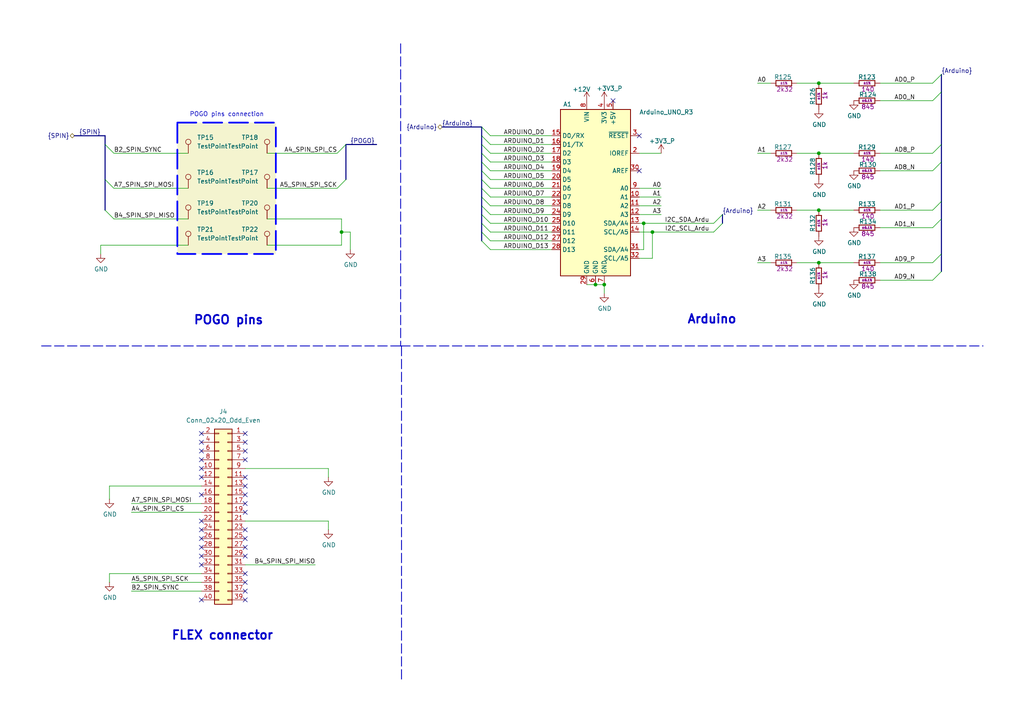
<source format=kicad_sch>
(kicad_sch (version 20250114) (generator "eeschema") (generator_version "9.0")
  (paper "A4")
  (title_block (date "2025-04-18") (rev "${rev}") (company "${name}") (comment 1 "${author}"))
  (bus_alias "SPIN" (members "B2_SPIN_SYNC" "A7_SPIN_SPI_MOSI" "B4_SPIN_SPI_MISO" "A4_SPIN_SPI_CS" "A5_SPIN_SPI_SCK"))
  (rectangle (start 51.435 35.56) (end 80.01 73.66) (stroke (width 0.5) (type dash) (color 0 0 255 1)) (fill (type color) (color 194 194 0 0.19)))
  (text "POGO pins connection" (at 65.786 33.274 0) (effects (font (size 1.27 1.27))))
  (text "POGO pins\n" (at 66.294 92.964 0) (effects (font (size 2.5 2.5) (thickness 0.5) (bold yes))))
  (text "FLEX connector\n" (at 64.516 184.404 0) (effects (font (size 2.5 2.5) (thickness 0.5) (bold yes))))
  (text "Arduino" (at 206.502 92.71 0) (effects (font (size 2.5 2.5) (thickness 0.5) (bold yes))))
  (junction (at 189.23 67.31))
  (junction (at 237.49 44.45))
  (junction (at 99.06 67.31))
  (junction (at 237.49 24.13))
  (junction (at 175.26 82.55))
  (junction (at 172.72 82.55))
  (junction (at 237.49 60.96))
  (junction (at 237.49 76.2))
  (junction (at 186.69 64.77))
  (no_connect (at 58.42 125.73))
  (no_connect (at 185.42 39.37))
  (no_connect (at 58.42 130.81))
  (no_connect (at 71.12 166.37))
  (no_connect (at 58.42 128.27))
  (no_connect (at 58.42 173.99))
  (no_connect (at 71.12 173.99))
  (no_connect (at 71.12 161.29))
  (no_connect (at 58.42 158.75))
  (no_connect (at 58.42 163.83))
  (no_connect (at 71.12 148.59))
  (no_connect (at 71.12 128.27))
  (no_connect (at 71.12 153.67))
  (no_connect (at 58.42 151.13))
  (no_connect (at 58.42 153.67))
  (no_connect (at 71.12 171.45))
  (no_connect (at 71.12 156.21))
  (no_connect (at 71.12 143.51))
  (no_connect (at 58.42 133.35))
  (no_connect (at 58.42 135.89))
  (no_connect (at 71.12 158.75))
  (no_connect (at 58.42 143.51))
  (no_connect (at 185.42 49.53))
  (no_connect (at 177.8 29.21))
  (no_connect (at 71.12 138.43))
  (no_connect (at 58.42 161.29))
  (no_connect (at 58.42 156.21))
  (no_connect (at 71.12 146.05))
  (no_connect (at 71.12 133.35))
  (no_connect (at 71.12 125.73))
  (no_connect (at 71.12 168.91))
  (no_connect (at 71.12 130.81))
  (no_connect (at 58.42 138.43))
  (no_connect (at 71.12 140.97))
  (bus_entry (at 139.7 41.91) (size 2.54 2.54))
  (bus_entry (at 139.7 57.15) (size 2.54 2.54))
  (bus_entry (at 97.79 44.45) (size 2.54 -2.54))
  (bus_entry (at 139.7 44.45) (size 2.54 2.54))
  (bus_entry (at 30.48 60.96) (size 2.54 2.54))
  (bus_entry (at 270.51 60.96) (size 2.54 -2.54))
  (bus_entry (at 270.51 66.04) (size 2.54 -2.54))
  (bus_entry (at 270.51 24.13) (size 2.54 -2.54))
  (bus_entry (at 139.7 49.53) (size 2.54 2.54))
  (bus_entry (at 209.55 64.77) (size -2.54 2.54))
  (bus_entry (at 139.7 64.77) (size 2.54 2.54))
  (bus_entry (at 30.48 52.07) (size 2.54 2.54))
  (bus_entry (at 270.51 44.45) (size 2.54 -2.54))
  (bus_entry (at 30.48 41.91) (size 2.54 2.54))
  (bus_entry (at 139.7 59.69) (size 2.54 2.54))
  (bus_entry (at 270.51 49.53) (size 2.54 -2.54))
  (bus_entry (at 139.7 36.83) (size 2.54 2.54))
  (bus_entry (at 270.51 29.21) (size 2.54 -2.54))
  (bus_entry (at 139.7 62.23) (size 2.54 2.54))
  (bus_entry (at 97.79 54.61) (size 2.54 -2.54))
  (bus_entry (at 139.7 39.37) (size 2.54 2.54))
  (bus_entry (at 270.51 76.2) (size 2.54 -2.54))
  (bus_entry (at 139.7 54.61) (size 2.54 2.54))
  (bus_entry (at 139.7 67.31) (size 2.54 2.54))
  (bus_entry (at 139.7 46.99) (size 2.54 2.54))
  (bus_entry (at 139.7 52.07) (size 2.54 2.54))
  (bus_entry (at 270.51 81.28) (size 2.54 -2.54))
  (bus_entry (at 139.7 69.85) (size 2.54 2.54))
  (bus_entry (at 209.55 62.23) (size -2.54 2.54))
  (wire (pts (xy 255.27 76.2) (xy 270.51 76.2)))
  (bus (pts (xy 273.05 41.91) (xy 273.05 46.99)))
  (wire (pts (xy 231.14 60.96) (xy 237.49 60.96)))
  (bus (pts (xy 139.7 44.45) (xy 139.7 46.99)))
  (bus (pts (xy 30.48 52.07) (xy 30.48 60.96)))
  (wire (pts (xy 231.14 76.2) (xy 237.49 76.2)))
  (bus (pts (xy 139.7 57.15) (xy 139.7 59.69)))
  (wire (pts (xy 185.42 72.39) (xy 186.69 72.39)))
  (wire (pts (xy 142.24 59.69) (xy 160.02 59.69)))
  (wire (pts (xy 185.42 67.31) (xy 189.23 67.31)))
  (bus (pts (xy 273.05 21.59) (xy 273.05 26.67)))
  (wire (pts (xy 38.1 148.59) (xy 58.42 148.59)))
  (wire (pts (xy 185.42 57.15) (xy 191.77 57.15)))
  (wire (pts (xy 255.27 29.21) (xy 270.51 29.21)))
  (bus (pts (xy 273.05 63.5) (xy 273.05 73.66)))
  (wire (pts (xy 142.24 41.91) (xy 160.02 41.91)))
  (wire (pts (xy 219.71 44.45) (xy 223.52 44.45)))
  (wire (pts (xy 33.02 44.45) (xy 54.61 44.45)))
  (bus (pts (xy 139.7 67.31) (xy 139.7 69.85)))
  (bus (pts (xy 139.7 62.23) (xy 139.7 64.77)))
  (wire (pts (xy 219.71 76.2) (xy 223.52 76.2)))
  (bus (pts (xy 100.33 41.91) (xy 100.33 52.07)))
  (bus (pts (xy 139.7 54.61) (xy 139.7 57.15)))
  (bus (pts (xy 139.7 59.69) (xy 139.7 62.23)))
  (bus (pts (xy 209.55 62.23) (xy 209.55 64.77)))
  (bus (pts (xy 139.7 64.77) (xy 139.7 67.31)))
  (wire (pts (xy 71.12 151.13) (xy 95.25 151.13)))
  (wire (pts (xy 219.71 24.13) (xy 223.52 24.13)))
  (bus (pts (xy 139.7 46.99) (xy 139.7 49.53)))
  (wire (pts (xy 255.27 49.53) (xy 270.51 49.53)))
  (wire (pts (xy 219.71 60.96) (xy 223.52 60.96)))
  (wire (pts (xy 38.1 168.91) (xy 58.42 168.91)))
  (wire (pts (xy 33.02 63.5) (xy 54.61 63.5)))
  (wire (pts (xy 142.24 52.07) (xy 160.02 52.07)))
  (wire (pts (xy 99.06 63.5) (xy 99.06 67.31)))
  (wire (pts (xy 58.42 140.97) (xy 31.75 140.97)))
  (wire (pts (xy 185.42 59.69) (xy 191.77 59.69)))
  (wire (pts (xy 170.18 82.55) (xy 172.72 82.55)))
  (wire (pts (xy 101.6 67.31) (xy 99.06 67.31)))
  (wire (pts (xy 255.27 44.45) (xy 270.51 44.45)))
  (wire (pts (xy 142.24 44.45) (xy 160.02 44.45)))
  (wire (pts (xy 99.06 67.31) (xy 99.06 71.12)))
  (wire (pts (xy 33.02 54.61) (xy 54.61 54.61)))
  (bus (pts (xy 273.05 73.66) (xy 273.05 78.74)))
  (wire (pts (xy 142.24 46.99) (xy 160.02 46.99)))
  (wire (pts (xy 38.1 146.05) (xy 58.42 146.05)))
  (wire (pts (xy 38.1 171.45) (xy 58.42 171.45)))
  (wire (pts (xy 185.42 62.23) (xy 191.77 62.23)))
  (bus (pts (xy 139.7 39.37) (xy 139.7 41.91)))
  (bus (pts (xy 109.22 41.91) (xy 100.33 41.91)))
  (bus (pts (xy 139.7 49.53) (xy 139.7 52.07)))
  (wire (pts (xy 142.24 69.85) (xy 160.02 69.85)))
  (wire (pts (xy 97.79 54.61) (xy 77.47 54.61)))
  (wire (pts (xy 71.12 135.89) (xy 95.25 135.89)))
  (wire (pts (xy 175.26 82.55) (xy 175.26 85.09)))
  (wire (pts (xy 255.27 60.96) (xy 270.51 60.96)))
  (wire (pts (xy 58.42 166.37) (xy 31.75 166.37)))
  (wire (pts (xy 231.14 24.13) (xy 237.49 24.13)))
  (wire (pts (xy 95.25 151.13) (xy 95.25 153.67)))
  (bus (pts (xy 128.27 36.83) (xy 139.7 36.83)))
  (wire (pts (xy 185.42 74.93) (xy 189.23 74.93)))
  (polyline (pts (xy 116.459 100.457) (xy 116.459 196.977)) (stroke (width 0.25) (type dash)))
  (wire (pts (xy 237.49 76.2) (xy 247.65 76.2)))
  (wire (pts (xy 31.75 166.37) (xy 31.75 168.91)))
  (wire (pts (xy 255.27 81.28) (xy 270.51 81.28)))
  (wire (pts (xy 186.69 72.39) (xy 186.69 64.77)))
  (bus (pts (xy 273.05 46.99) (xy 273.05 58.42)))
  (bus (pts (xy 139.7 36.83) (xy 139.7 39.37)))
  (wire (pts (xy 185.42 54.61) (xy 191.77 54.61)))
  (wire (pts (xy 142.24 67.31) (xy 160.02 67.31)))
  (polyline (pts (xy 116.205 12.7) (xy 116.205 100.33)) (stroke (width 0.25) (type dash)))
  (wire (pts (xy 142.24 39.37) (xy 160.02 39.37)))
  (wire (pts (xy 77.47 71.12) (xy 99.06 71.12)))
  (wire (pts (xy 101.6 72.39) (xy 101.6 67.31)))
  (wire (pts (xy 29.21 73.66) (xy 29.21 71.12)))
  (wire (pts (xy 142.24 72.39) (xy 160.02 72.39)))
  (wire (pts (xy 237.49 44.45) (xy 247.65 44.45)))
  (wire (pts (xy 175.26 82.55) (xy 172.72 82.55)))
  (bus (pts (xy 139.7 52.07) (xy 139.7 54.61)))
  (wire (pts (xy 185.42 64.77) (xy 186.69 64.77)))
  (wire (pts (xy 255.27 66.04) (xy 270.51 66.04)))
  (polyline (pts (xy 12.065 100.33) (xy 116.205 100.33)) (stroke (width 0.25) (type dash)))
  (wire (pts (xy 142.24 49.53) (xy 160.02 49.53)))
  (wire (pts (xy 77.47 44.45) (xy 97.79 44.45)))
  (wire (pts (xy 189.23 67.31) (xy 189.23 74.93)))
  (wire (pts (xy 29.21 71.12) (xy 54.61 71.12)))
  (wire (pts (xy 255.27 24.13) (xy 270.51 24.13)))
  (wire (pts (xy 237.49 60.96) (xy 247.65 60.96)))
  (bus (pts (xy 21.59 39.37) (xy 30.48 39.37)))
  (wire (pts (xy 142.24 54.61) (xy 160.02 54.61)))
  (wire (pts (xy 91.44 163.83) (xy 71.12 163.83)))
  (wire (pts (xy 77.47 63.5) (xy 99.06 63.5)))
  (wire (pts (xy 237.49 24.13) (xy 247.65 24.13)))
  (bus (pts (xy 30.48 41.91) (xy 30.48 52.07)))
  (bus (pts (xy 273.05 26.67) (xy 273.05 41.91)))
  (wire (pts (xy 95.25 135.89) (xy 95.25 138.43)))
  (wire (pts (xy 185.42 44.45) (xy 191.77 44.45)))
  (wire (pts (xy 189.23 67.31) (xy 207.01 67.31)))
  (wire (pts (xy 142.24 64.77) (xy 160.02 64.77)))
  (polyline (pts (xy 116.205 100.33) (xy 285.115 100.33)) (stroke (width 0.25) (type dash)))
  (wire (pts (xy 186.69 64.77) (xy 207.01 64.77)))
  (bus (pts (xy 273.05 58.42) (xy 273.05 63.5)))
  (wire (pts (xy 142.24 57.15) (xy 160.02 57.15)))
  (wire (pts (xy 142.24 62.23) (xy 160.02 62.23)))
  (bus (pts (xy 30.48 39.37) (xy 30.48 41.91)))
  (wire (pts (xy 31.75 140.97) (xy 31.75 144.78)))
  (wire (pts (xy 231.14 44.45) (xy 237.49 44.45)))
  (bus (pts (xy 139.7 41.91) (xy 139.7 44.45)))
  (label "ARDUINO_D3" (at 146.05 46.99 0))
  (label "ARDUINO_D4" (at 146.05 49.53 0))
  (label "ARDUINO_D13" (at 146.05 72.39 0))
  (label "A7_SPIN_SPI_MOSI" (at 38.1 146.05 0))
  (label "{Arduino}" (at 137.16 36.83 180))
  (label "ARDUINO_D7" (at 146.05 57.15 0))
  (label "{POGO}" (at 101.6 41.91 0))
  (label "A1" (at 191.77 57.15 180))
  (label "A5_SPIN_SPI_SCK" (at 97.79 54.61 180))
  (label "AD0_N" (at 265.43 29.21 180))
  (label "A4_SPIN_SPI_CS" (at 97.79 44.45 180))
  (label "A1" (at 219.71 44.45 0))
  (label "A3" (at 191.77 62.23 180))
  (label "A0" (at 219.71 24.13 0))
  (label "A7_SPIN_SPI_MOSI" (at 33.02 54.61 0))
  (label "ARDUINO_D2" (at 146.05 44.45 0))
  (label "ARDUINO_D8" (at 146.05 59.69 0))
  (label "A4_SPIN_SPI_CS" (at 38.1 148.59 0))
  (label "AD9_N" (at 265.43 81.28 180))
  (label "AD1_P" (at 265.43 60.96 180))
  (label "{Arduino}" (at 209.55 62.23 0))
  (label "A2" (at 219.71 60.96 0))
  (label "B4_SPIN_SPI_MISO" (at 33.02 63.5 0))
  (label "AD8_P" (at 265.43 44.45 180))
  (label "B2_SPIN_SYNC" (at 33.02 44.45 0))
  (label "AD8_N" (at 265.43 49.53 180))
  (label "ARDUINO_D10" (at 146.05 64.77 0))
  (label "ARDUINO_D1" (at 146.05 41.91 0))
  (label "ARDUINO_D6" (at 146.05 54.61 0))
  (label "B2_SPIN_SYNC" (at 38.1 171.45 0))
  (label "ARDUINO_D5" (at 146.05 52.07 0))
  (label "A3" (at 219.71 76.2 0))
  (label "AD0_P" (at 265.43 24.13 180))
  (label "{Arduino}" (at 273.05 21.59 0))
  (label "ARDUINO_D11" (at 146.05 67.31 0))
  (label "I2C_SCL_Ardu" (at 205.74 67.31 180))
  (label "AD1_N" (at 265.43 66.04 180))
  (label "A0" (at 191.77 54.61 180))
  (label "AD9_P" (at 265.43 76.2 180))
  (label "A5_SPIN_SPI_SCK" (at 38.1 168.91 0))
  (label "A2" (at 191.77 59.69 180))
  (label "I2C_SDA_Ardu" (at 205.74 64.77 180))
  (label "{SPIN}" (at 29.21 39.37 180))
  (label "ARDUINO_D9" (at 146.05 62.23 0))
  (label "ARDUINO_D0" (at 146.05 39.37 0))
  (label "ARDUINO_D12" (at 146.05 69.85 0))
  (label "B4_SPIN_SPI_MISO" (at 91.44 163.83 180))
  (hierarchical_label "{Arduino}" (shape bidirectional) (at 128.27 36.83 180))
  (hierarchical_label "{SPIN}" (shape bidirectional) (at 21.59 39.37 180))
  (symbol (lib_id "Library_Symbol:R0402_820R_0.1%_0.063W_25PPM") (at 247.65 66.04 0) (unit 1)
    (property "Reference" "R134" (at 251.714 64.262 0))
    (property "Value" "R0402_845R_0.1%_0.063W_25PPM" (effects (hide yes)))
    (property "Footprint" "Footprint:RESC1005X40N" (effects (hide yes)))
    (property "Datasheet" "\\\\cern.ch\\dfs\\Applications\\Altium\\Datasheets\\R0402_TYCO_CPF.pdf" (effects (hide yes)))
    (property "Description" "Thin Film Precision Resistor" (effects (hide yes)))
    (property "Tolerance" "±0.1%" (at 251.46 66.04 0) (effects (font (size 0.635 0.635))))
    (property "Val" "845" (at 251.714 67.818 0))
    (property "Part Number" "R0402_845R_0.1%_0.063W_25PPM" (effects (hide yes)))
    (property "Library Ref" "Resistor - 0.1%" (effects (hide yes)))
    (property "Library Path" "SchLib\\Resistors.SchLib" (effects (hide yes)))
    (property "Comment" "845" (effects (hide yes)))
    (property "Component Kind" "Standard" (effects (hide yes)))
    (property "Component Type" "Standard" (effects (hide yes)))
    (property "PackageDescription" " " (effects (hide yes)))
    (property "Pin Count" "2" (effects (hide yes)))
    (property "Footprint Path" "PcbLib\\Resistors SMD.PcbLib" (effects (hide yes)))
    (property "Footprint Ref" "RESC1005X40N" (effects (hide yes)))
    (property "Status" "Not Recommended" (effects (hide yes)))
    (property "Power" "0.063W" (effects (hide yes)))
    (property "TC" "±25ppm/°C" (effects (hide yes)))
    (property "Voltage" " " (effects (hide yes)))
    (property "Part Description" "Thin Film Precision Resistor" (effects (hide yes)))
    (property "Manufacturer" "GENERIC" (effects (hide yes)))
    (property "Manufacturer Part Number" "R0402_845R_0.1%_0.063W_25PPM" (effects (hide yes)))
    (property "Case" "0402" (effects (hide yes)))
    (property "PressFit" "No" (effects (hide yes)))
    (property "Mounted" "Yes" (effects (hide yes)))
    (property "Sense Comment" " " (effects (hide yes)))
    (property "Sense" "No" (effects (hide yes)))
    (property "Status Comment" " " (effects (hide yes)))
    (property "Socket" "No" (effects (hide yes)))
    (property "SMD" "Yes" (effects (hide yes)))
    (property "ComponentHeight" " " (effects (hide yes)))
    (property "Manufacturer1 Example" "TE CONNECTIVITY" (effects (hide yes)))
    (property "Manufacturer1 ComponentHeight" "0.4mm" (effects (hide yes)))
    (property "HelpURL" "\\\\cern.ch\\dfs\\Applications\\Altium\\Datasheets\\R0402_TYCO_CPF.pdf" (effects (hide yes)))
    (property "Author" "CERN DEM HF" (effects (hide yes)))
    (property "CreateDate" "05/25/23 00:00:00" (effects (hide yes)))
    (property "LatestRevisionDate" "05/25/23 00:00:00" (effects (hide yes)))
    (property "Database Table Name" "Resistors" (effects (hide yes)))
    (property "Library Name" "Resistors SMD" (effects (hide yes)))
    (property "Footprint Library" "Resistors SMD" (effects (hide yes)))
    (property "License" "CC-BY-SA 4.0" (effects (hide yes)))
    (property "LCSC" "C1509615" (effects (hide yes)))
  )
  (symbol (lib_id "Connector:TestPoint") (at 54.61 44.45 0) (unit 1)
    (property "Reference" "TP15" (at 57.15 39.8779 0) (effects (justify left)))
    (property "Value" "TestPoint" (at 57.15 42.4179 0) (effects (justify left)))
    (property "Footprint" "TestPoint:TestPoint_Pad_D2.0mm" (effects (hide yes)))
    (property "Description" "test point" (effects (hide yes)))
  )
  (symbol (lib_id "Library_Symbol:R0402_140R_1%_0.0625W_100PPM") (at 247.65 76.2 0) (unit 1)
    (property "Reference" "R137" (at 251.46 74.422 0))
    (property "Value" "R0402_140R_1%_0.0625W_100PPM" (effects (hide yes)))
    (property "Footprint" "Footprint:RESC1005X40N" (effects (hide yes)))
    (property "Datasheet" "\\\\cern.ch\\dfs\\Applications\\Altium\\Datasheets\\R0402_Phycomp_RC0402.pdf" (effects (hide yes)))
    (property "Description" "General Purpose Thick Film Chip Resistor" (effects (hide yes)))
    (property "Tolerance" "±1%" (at 251.46 76.2 0) (effects (font (size 0.635 0.635))))
    (property "Val" "140" (at 251.714 77.978 0))
    (property "Part Number" "R0402_140R_1%_0.0625W_100PPM" (effects (hide yes)))
    (property "Library Ref" "Resistor - 1%" (effects (hide yes)))
    (property "Library Path" "SchLib\\Resistors.SchLib" (effects (hide yes)))
    (property "Comment" "140" (effects (hide yes)))
    (property "Component Kind" "Standard" (effects (hide yes)))
    (property "Component Type" "Standard" (effects (hide yes)))
    (property "PackageDescription" " " (effects (hide yes)))
    (property "Pin Count" "2" (effects (hide yes)))
    (property "Footprint Path" "PcbLib\\Resistors SMD.PcbLib" (effects (hide yes)))
    (property "Footprint Ref" "RESC1005X40N" (effects (hide yes)))
    (property "Status" "Not Recommended" (effects (hide yes)))
    (property "Power" "0.0625W" (effects (hide yes)))
    (property "TC" "±100ppm/°C" (effects (hide yes)))
    (property "Voltage" " " (effects (hide yes)))
    (property "Part Description" "General Purpose Thick Film Chip Resistor" (effects (hide yes)))
    (property "Manufacturer" "GENERIC" (effects (hide yes)))
    (property "Manufacturer Part Number" "R0402_140R_1%_0.0625W_100PPM" (effects (hide yes)))
    (property "Case" "0402" (effects (hide yes)))
    (property "PressFit" "No" (effects (hide yes)))
    (property "Mounted" "Yes" (effects (hide yes)))
    (property "Sense Comment" " " (effects (hide yes)))
    (property "Sense" "No" (effects (hide yes)))
    (property "Status Comment" " " (effects (hide yes)))
    (property "Socket" "No" (effects (hide yes)))
    (property "SMD" "Yes" (effects (hide yes)))
    (property "ComponentHeight" " " (effects (hide yes)))
    (property "Manufacturer1 Example" "YAGEO PHYCOMP" (effects (hide yes)))
    (property "Manufacturer1 Part Number" "232270671401L or RC0402FR-07140RL" (effects (hide yes)))
    (property "Manufacturer1 ComponentHeight" "0.4mm" (effects (hide yes)))
    (property "HelpURL" "\\\\cern.ch\\dfs\\Applications\\Altium\\Datasheets\\R0402_Phycomp_RC0402.pdf" (effects (hide yes)))
    (property "Author" "CERN DEM BC" (effects (hide yes)))
    (property "CreateDate" "07/29/15 00:00:00" (effects (hide yes)))
    (property "LatestRevisionDate" "07/29/15 00:00:00" (effects (hide yes)))
    (property "Database Table Name" "Resistors" (effects (hide yes)))
    (property "Library Name" "Resistors SMD" (effects (hide yes)))
    (property "Footprint Library" "Resistors SMD" (effects (hide yes)))
    (property "License" "CC-BY-SA 4.0" (effects (hide yes)))
    (property "LCSC" "C25081" (effects (hide yes)))
  )
  (symbol (lib_id "Library_Symbol:R0402_2K_1%_0.0625W_100PPM") (at 223.52 60.96 0) (unit 1)
    (property "Reference" "R131" (at 227.076 59.182 0))
    (property "Value" "R0402_2K32_1%_0.0625W_100PPM" (effects (hide yes)))
    (property "Footprint" "Footprint:RESC1005X40N" (effects (hide yes)))
    (property "Datasheet" "\\\\cern.ch\\dfs\\Applications\\Altium\\Datasheets\\R0402_Phycomp_RC0402.pdf" (effects (hide yes)))
    (property "Description" "General Purpose Thick Film Chip Resistor" (effects (hide yes)))
    (property "Tolerance" "±1%" (at 227.33 60.96 0) (effects (font (size 0.635 0.635))))
    (property "Val" "2k32" (at 227.584 62.738 0))
    (property "Part Number" "R0402_2K32_1%_0.0625W_100PPM" (effects (hide yes)))
    (property "Library Ref" "Resistor - 1%" (effects (hide yes)))
    (property "Library Path" "SchLib\\Resistors.SchLib" (effects (hide yes)))
    (property "Comment" "2k" (effects (hide yes)))
    (property "Component Kind" "Standard" (effects (hide yes)))
    (property "Component Type" "Standard" (effects (hide yes)))
    (property "PackageDescription" " " (effects (hide yes)))
    (property "Pin Count" "2" (effects (hide yes)))
    (property "Footprint Path" "PcbLib\\Resistors SMD.PcbLib" (effects (hide yes)))
    (property "Footprint Ref" "RESC1005X40N" (effects (hide yes)))
    (property "Status" "Not Recommended" (effects (hide yes)))
    (property "Power" "0.0625W" (effects (hide yes)))
    (property "TC" "±100ppm/°C" (effects (hide yes)))
    (property "Voltage" " " (effects (hide yes)))
    (property "Part Description" "General Purpose Thick Film Chip Resistor" (effects (hide yes)))
    (property "Manufacturer" "GENERIC" (effects (hide yes)))
    (property "Manufacturer Part Number" "R0402_2K32_1%_0.0625W_100PPM" (effects (hide yes)))
    (property "Case" "0402" (effects (hide yes)))
    (property "PressFit" "No" (effects (hide yes)))
    (property "Mounted" "Yes" (effects (hide yes)))
    (property "Sense Comment" " " (effects (hide yes)))
    (property "Sense" "No" (effects (hide yes)))
    (property "Status Comment" " " (effects (hide yes)))
    (property "Socket" "No" (effects (hide yes)))
    (property "SMD" "Yes" (effects (hide yes)))
    (property "ComponentHeight" " " (effects (hide yes)))
    (property "Manufacturer1 Example" "YAGEO PHYCOMP" (effects (hide yes)))
    (property "Manufacturer1 ComponentHeight" "0.4mm" (effects (hide yes)))
    (property "HelpURL" "\\\\cern.ch\\dfs\\Applications\\Altium\\Datasheets\\R0402_Phycomp_RC0402.pdf" (effects (hide yes)))
    (property "Author" "CERN DEM JLC" (effects (hide yes)))
    (property "CreateDate" "12/03/07 00:00:00" (effects (hide yes)))
    (property "LatestRevisionDate" "10/17/12 00:00:00" (effects (hide yes)))
    (property "Database Table Name" "Resistors" (effects (hide yes)))
    (property "Library Name" "Resistors SMD" (effects (hide yes)))
    (property "Footprint Library" "Resistors SMD" (effects (hide yes)))
    (property "License" "CC-BY-SA 4.0" (effects (hide yes)))
    (property "LCSC" "C82297" (effects (hide yes)))
  )
  (symbol (lib_id "Library_Symbol:GND") (at 101.6 72.39 0) (unit 1)
    (property "Reference" "#PWR0151" (effects (hide yes)))
    (property "Value" "GND" (at 101.727 76.7842 0))
  )
  (symbol (lib_id "Library_Symbol:R0402_2K_1%_0.0625W_100PPM") (at 223.52 24.13 0) (unit 1)
    (property "Reference" "R125" (at 227.076 22.352 0))
    (property "Value" "R0402_2K32_1%_0.0625W_100PPM" (effects (hide yes)))
    (property "Footprint" "Footprint:RESC1005X40N" (effects (hide yes)))
    (property "Datasheet" "\\\\cern.ch\\dfs\\Applications\\Altium\\Datasheets\\R0402_Phycomp_RC0402.pdf" (effects (hide yes)))
    (property "Description" "General Purpose Thick Film Chip Resistor" (effects (hide yes)))
    (property "Tolerance" "±1%" (at 227.33 24.13 0) (effects (font (size 0.635 0.635))))
    (property "Val" "2k32" (at 227.584 25.908 0))
    (property "Part Number" "R0402_2K32_1%_0.0625W_100PPM" (effects (hide yes)))
    (property "Library Ref" "Resistor - 1%" (effects (hide yes)))
    (property "Library Path" "SchLib\\Resistors.SchLib" (effects (hide yes)))
    (property "Comment" "2k" (effects (hide yes)))
    (property "Component Kind" "Standard" (effects (hide yes)))
    (property "Component Type" "Standard" (effects (hide yes)))
    (property "PackageDescription" " " (effects (hide yes)))
    (property "Pin Count" "2" (effects (hide yes)))
    (property "Footprint Path" "PcbLib\\Resistors SMD.PcbLib" (effects (hide yes)))
    (property "Footprint Ref" "RESC1005X40N" (effects (hide yes)))
    (property "Status" "Not Recommended" (effects (hide yes)))
    (property "Power" "0.0625W" (effects (hide yes)))
    (property "TC" "±100ppm/°C" (effects (hide yes)))
    (property "Voltage" " " (effects (hide yes)))
    (property "Part Description" "General Purpose Thick Film Chip Resistor" (effects (hide yes)))
    (property "Manufacturer" "GENERIC" (effects (hide yes)))
    (property "Manufacturer Part Number" "R0402_2K32_1%_0.0625W_100PPM" (effects (hide yes)))
    (property "Case" "0402" (effects (hide yes)))
    (property "PressFit" "No" (effects (hide yes)))
    (property "Mounted" "Yes" (effects (hide yes)))
    (property "Sense Comment" " " (effects (hide yes)))
    (property "Sense" "No" (effects (hide yes)))
    (property "Status Comment" " " (effects (hide yes)))
    (property "Socket" "No" (effects (hide yes)))
    (property "SMD" "Yes" (effects (hide yes)))
    (property "ComponentHeight" " " (effects (hide yes)))
    (property "Manufacturer1 Example" "YAGEO PHYCOMP" (effects (hide yes)))
    (property "Manufacturer1 ComponentHeight" "0.4mm" (effects (hide yes)))
    (property "HelpURL" "\\\\cern.ch\\dfs\\Applications\\Altium\\Datasheets\\R0402_Phycomp_RC0402.pdf" (effects (hide yes)))
    (property "Author" "CERN DEM JLC" (effects (hide yes)))
    (property "CreateDate" "12/03/07 00:00:00" (effects (hide yes)))
    (property "LatestRevisionDate" "10/17/12 00:00:00" (effects (hide yes)))
    (property "Database Table Name" "Resistors" (effects (hide yes)))
    (property "Library Name" "Resistors SMD" (effects (hide yes)))
    (property "Footprint Library" "Resistors SMD" (effects (hide yes)))
    (property "License" "CC-BY-SA 4.0" (effects (hide yes)))
    (property "LCSC" "C82297" (effects (hide yes)))
  )
  (symbol (lib_id "Connector:TestPoint") (at 77.47 63.5 0) (mirror y) (unit 1)
    (property "Reference" "TP20" (at 74.93 58.9279 0) (effects (justify left)))
    (property "Value" "TestPoint" (at 74.93 61.4679 0) (effects (justify left)))
    (property "Footprint" "TestPoint:TestPoint_Pad_D2.0mm" (effects (hide yes)))
    (property "Description" "test point" (effects (hide yes)))
  )
  (symbol (lib_id "Library_Symbol:GND") (at 237.49 31.75 0) (unit 1)
    (property "Reference" "#PWR0286" (effects (hide yes)))
    (property "Value" "GND" (at 237.617 36.1442 0))
  )
  (symbol (lib_id "Library_Symbol:R0402_140R_1%_0.0625W_100PPM") (at 247.65 24.13 0) (unit 1)
    (property "Reference" "R123" (at 251.46 22.352 0))
    (property "Value" "R0402_140R_1%_0.0625W_100PPM" (effects (hide yes)))
    (property "Footprint" "Footprint:RESC1005X40N" (effects (hide yes)))
    (property "Datasheet" "\\\\cern.ch\\dfs\\Applications\\Altium\\Datasheets\\R0402_Phycomp_RC0402.pdf" (effects (hide yes)))
    (property "Description" "General Purpose Thick Film Chip Resistor" (effects (hide yes)))
    (property "Tolerance" "±1%" (at 251.46 24.13 0) (effects (font (size 0.635 0.635))))
    (property "Val" "140" (at 251.714 25.908 0))
    (property "Part Number" "R0402_140R_1%_0.0625W_100PPM" (effects (hide yes)))
    (property "Library Ref" "Resistor - 1%" (effects (hide yes)))
    (property "Library Path" "SchLib\\Resistors.SchLib" (effects (hide yes)))
    (property "Comment" "140" (effects (hide yes)))
    (property "Component Kind" "Standard" (effects (hide yes)))
    (property "Component Type" "Standard" (effects (hide yes)))
    (property "PackageDescription" " " (effects (hide yes)))
    (property "Pin Count" "2" (effects (hide yes)))
    (property "Footprint Path" "PcbLib\\Resistors SMD.PcbLib" (effects (hide yes)))
    (property "Footprint Ref" "RESC1005X40N" (effects (hide yes)))
    (property "Status" "Not Recommended" (effects (hide yes)))
    (property "Power" "0.0625W" (effects (hide yes)))
    (property "TC" "±100ppm/°C" (effects (hide yes)))
    (property "Voltage" " " (effects (hide yes)))
    (property "Part Description" "General Purpose Thick Film Chip Resistor" (effects (hide yes)))
    (property "Manufacturer" "GENERIC" (effects (hide yes)))
    (property "Manufacturer Part Number" "R0402_140R_1%_0.0625W_100PPM" (effects (hide yes)))
    (property "Case" "0402" (effects (hide yes)))
    (property "PressFit" "No" (effects (hide yes)))
    (property "Mounted" "Yes" (effects (hide yes)))
    (property "Sense Comment" " " (effects (hide yes)))
    (property "Sense" "No" (effects (hide yes)))
    (property "Status Comment" " " (effects (hide yes)))
    (property "Socket" "No" (effects (hide yes)))
    (property "SMD" "Yes" (effects (hide yes)))
    (property "ComponentHeight" " " (effects (hide yes)))
    (property "Manufacturer1 Example" "YAGEO PHYCOMP" (effects (hide yes)))
    (property "Manufacturer1 Part Number" "232270671401L or RC0402FR-07140RL" (effects (hide yes)))
    (property "Manufacturer1 ComponentHeight" "0.4mm" (effects (hide yes)))
    (property "HelpURL" "\\\\cern.ch\\dfs\\Applications\\Altium\\Datasheets\\R0402_Phycomp_RC0402.pdf" (effects (hide yes)))
    (property "Author" "CERN DEM BC" (effects (hide yes)))
    (property "CreateDate" "07/29/15 00:00:00" (effects (hide yes)))
    (property "LatestRevisionDate" "07/29/15 00:00:00" (effects (hide yes)))
    (property "Database Table Name" "Resistors" (effects (hide yes)))
    (property "Library Name" "Resistors SMD" (effects (hide yes)))
    (property "Footprint Library" "Resistors SMD" (effects (hide yes)))
    (property "License" "CC-BY-SA 4.0" (effects (hide yes)))
    (property "LCSC" "C25081" (effects (hide yes)))
  )
  (symbol (lib_id "Library_Symbol:R0402_2K_1%_0.0625W_100PPM") (at 223.52 76.2 0) (unit 1)
    (property "Reference" "R135" (at 227.076 74.422 0))
    (property "Value" "R0402_2K32_1%_0.0625W_100PPM" (effects (hide yes)))
    (property "Footprint" "Footprint:RESC1005X40N" (effects (hide yes)))
    (property "Datasheet" "\\\\cern.ch\\dfs\\Applications\\Altium\\Datasheets\\R0402_Phycomp_RC0402.pdf" (effects (hide yes)))
    (property "Description" "General Purpose Thick Film Chip Resistor" (effects (hide yes)))
    (property "Tolerance" "±1%" (at 227.33 76.2 0) (effects (font (size 0.635 0.635))))
    (property "Val" "2k32" (at 227.584 77.978 0))
    (property "Part Number" "R0402_2K32_1%_0.0625W_100PPM" (effects (hide yes)))
    (property "Library Ref" "Resistor - 1%" (effects (hide yes)))
    (property "Library Path" "SchLib\\Resistors.SchLib" (effects (hide yes)))
    (property "Comment" "2k" (effects (hide yes)))
    (property "Component Kind" "Standard" (effects (hide yes)))
    (property "Component Type" "Standard" (effects (hide yes)))
    (property "PackageDescription" " " (effects (hide yes)))
    (property "Pin Count" "2" (effects (hide yes)))
    (property "Footprint Path" "PcbLib\\Resistors SMD.PcbLib" (effects (hide yes)))
    (property "Footprint Ref" "RESC1005X40N" (effects (hide yes)))
    (property "Status" "Not Recommended" (effects (hide yes)))
    (property "Power" "0.0625W" (effects (hide yes)))
    (property "TC" "±100ppm/°C" (effects (hide yes)))
    (property "Voltage" " " (effects (hide yes)))
    (property "Part Description" "General Purpose Thick Film Chip Resistor" (effects (hide yes)))
    (property "Manufacturer" "GENERIC" (effects (hide yes)))
    (property "Manufacturer Part Number" "R0402_2K32_1%_0.0625W_100PPM" (effects (hide yes)))
    (property "Case" "0402" (effects (hide yes)))
    (property "PressFit" "No" (effects (hide yes)))
    (property "Mounted" "Yes" (effects (hide yes)))
    (property "Sense Comment" " " (effects (hide yes)))
    (property "Sense" "No" (effects (hide yes)))
    (property "Status Comment" " " (effects (hide yes)))
    (property "Socket" "No" (effects (hide yes)))
    (property "SMD" "Yes" (effects (hide yes)))
    (property "ComponentHeight" " " (effects (hide yes)))
    (property "Manufacturer1 Example" "YAGEO PHYCOMP" (effects (hide yes)))
    (property "Manufacturer1 ComponentHeight" "0.4mm" (effects (hide yes)))
    (property "HelpURL" "\\\\cern.ch\\dfs\\Applications\\Altium\\Datasheets\\R0402_Phycomp_RC0402.pdf" (effects (hide yes)))
    (property "Author" "CERN DEM JLC" (effects (hide yes)))
    (property "CreateDate" "12/03/07 00:00:00" (effects (hide yes)))
    (property "LatestRevisionDate" "10/17/12 00:00:00" (effects (hide yes)))
    (property "Database Table Name" "Resistors" (effects (hide yes)))
    (property "Library Name" "Resistors SMD" (effects (hide yes)))
    (property "Footprint Library" "Resistors SMD" (effects (hide yes)))
    (property "License" "CC-BY-SA 4.0" (effects (hide yes)))
    (property "LCSC" "C82297" (effects (hide yes)))
  )
  (symbol (lib_id "Library_Symbol:R0402_1K_1%_0.0625W_100PPM") (at 237.49 76.2 270) (unit 1)
    (property "Reference" "R136" (at 235.712 80.01 0))
    (property "Value" "R0402_1K_1%_0.0625W_100PPM" (effects (hide yes)))
    (property "Footprint" "Footprint:RESC1005X40N" (effects (hide yes)))
    (property "Datasheet" "\\\\cern.ch\\dfs\\Applications\\Altium\\Datasheets\\R0402_Phycomp_RC0402.pdf" (effects (hide yes)))
    (property "Description" "General Purpose Thick Film Chip Resistor" (effects (hide yes)))
    (property "Tolerance" "±1%" (at 237.49 80.01 0) (effects (font (size 0.635 0.635))))
    (property "Val" "1k" (at 239.268 79.756 0))
    (property "Part Number" "R0402_1K_1%_0.0625W_100PPM" (effects (hide yes)))
    (property "Library Ref" "Resistor - 1%" (effects (hide yes)))
    (property "Library Path" "SchLib\\Resistors.SchLib" (effects (hide yes)))
    (property "Comment" "1k" (effects (hide yes)))
    (property "Component Kind" "Standard" (effects (hide yes)))
    (property "Component Type" "Standard" (effects (hide yes)))
    (property "PackageDescription" " " (effects (hide yes)))
    (property "Pin Count" "2" (effects (hide yes)))
    (property "Footprint Path" "PcbLib\\Resistors SMD.PcbLib" (effects (hide yes)))
    (property "Footprint Ref" "RESC1005X40N" (effects (hide yes)))
    (property "Status" "Not Recommended" (effects (hide yes)))
    (property "Power" "0.0625W" (effects (hide yes)))
    (property "TC" "±100ppm/°C" (effects (hide yes)))
    (property "Voltage" " " (effects (hide yes)))
    (property "Part Description" "General Purpose Thick Film Chip Resistor" (effects (hide yes)))
    (property "Manufacturer" "GENERIC" (effects (hide yes)))
    (property "Manufacturer Part Number" "R0402_1K_1%_0.0625W_100PPM" (effects (hide yes)))
    (property "Case" "0402" (effects (hide yes)))
    (property "PressFit" "No" (effects (hide yes)))
    (property "Mounted" "Yes" (effects (hide yes)))
    (property "Sense Comment" " " (effects (hide yes)))
    (property "Sense" "No" (effects (hide yes)))
    (property "Status Comment" " " (effects (hide yes)))
    (property "Socket" "No" (effects (hide yes)))
    (property "SMD" "Yes" (effects (hide yes)))
    (property "ComponentHeight" " " (effects (hide yes)))
    (property "Manufacturer1 Example" "YAGEO PHYCOMP" (effects (hide yes)))
    (property "Manufacturer1 Part Number" "232270671002L" (effects (hide yes)))
    (property "Manufacturer1 ComponentHeight" "0.4mm" (effects (hide yes)))
    (property "HelpURL" "\\\\cern.ch\\dfs\\Applications\\Altium\\Datasheets\\R0402_Phycomp_RC0402.pdf" (effects (hide yes)))
    (property "Author" "CERN DEM JLC" (effects (hide yes)))
    (property "CreateDate" "12/03/07 00:00:00" (effects (hide yes)))
    (property "LatestRevisionDate" "10/17/12 00:00:00" (effects (hide yes)))
    (property "Database Table Name" "Resistors" (effects (hide yes)))
    (property "Library Name" "Resistors SMD" (effects (hide yes)))
    (property "Footprint Library" "Resistors SMD" (effects (hide yes)))
    (property "License" "CC-BY-SA 4.0" (effects (hide yes)))
    (property "LCSC" "C11702" (effects (hide yes)))
  )
  (symbol (lib_id "Library_Symbol:Arduino_UNO_R3") (at 172.72 54.61 0) (unit 1)
    (property "Reference" "A1" (at 163.322 30.226 0) (effects (justify left)))
    (property "Value" "Arduino_UNO_R3" (at 185.42 32.512 0) (effects (justify left)))
    (property "Footprint" "Footprint:Arduino_UNO_R3" (effects (hide yes)))
    (property "Datasheet" "https://www.arduino.cc/en/Main/arduinoBoardUno" (effects (hide yes)))
    (property "Description" "Arduino UNO Microcontroller Module, release 3" (effects (hide yes)))
    (property "Component Class" "STACKED_SHIELD" (effects (hide yes)))
  )
  (symbol (lib_id "Library_Symbol:+12V") (at 170.18 29.21 0) (unit 1)
    (property "Reference" "#PWR0295" (effects (hide yes)))
    (property "Value" "+12V" (at 168.656 25.908 0))
    (property "Description" "Power symbol creates a global label with name \"+12V\"" (effects (hide yes)))
  )
  (symbol (lib_id "Library_Symbol:+1V0") (at 191.77 44.45 0) (unit 1)
    (property "Reference" "#PWR0352" (effects (hide yes)))
    (property "Value" "+3V3_P" (at 192.024 40.894 0))
    (property "Description" "Power symbol creates a global label with name \"+1V0\"" (effects (hide yes)))
  )
  (symbol (lib_id "Library_Symbol:GND") (at 247.65 81.28 0) (unit 1)
    (property "Reference" "#PWR0292" (effects (hide yes)))
    (property "Value" "GND" (at 247.777 85.6742 0))
  )
  (symbol (lib_id "Connector:TestPoint") (at 54.61 54.61 0) (unit 1)
    (property "Reference" "TP16" (at 57.15 50.0379 0) (effects (justify left)))
    (property "Value" "TestPoint" (at 57.15 52.5779 0) (effects (justify left)))
    (property "Footprint" "TestPoint:TestPoint_Pad_D2.0mm" (effects (hide yes)))
    (property "Description" "test point" (effects (hide yes)))
  )
  (symbol (lib_id "Library_Symbol:GND") (at 237.49 52.07 0) (unit 1)
    (property "Reference" "#PWR0287" (effects (hide yes)))
    (property "Value" "GND" (at 237.617 56.4642 0))
  )
  (symbol (lib_id "Library_Symbol:R0402_1K_1%_0.0625W_100PPM") (at 237.49 44.45 270) (unit 1)
    (property "Reference" "R128" (at 235.712 48.26 0))
    (property "Value" "R0402_1K_1%_0.0625W_100PPM" (effects (hide yes)))
    (property "Footprint" "Footprint:RESC1005X40N" (effects (hide yes)))
    (property "Datasheet" "\\\\cern.ch\\dfs\\Applications\\Altium\\Datasheets\\R0402_Phycomp_RC0402.pdf" (effects (hide yes)))
    (property "Description" "General Purpose Thick Film Chip Resistor" (effects (hide yes)))
    (property "Tolerance" "±1%" (at 237.49 48.26 0) (effects (font (size 0.635 0.635))))
    (property "Val" "1k" (at 239.268 48.006 0))
    (property "Part Number" "R0402_1K_1%_0.0625W_100PPM" (effects (hide yes)))
    (property "Library Ref" "Resistor - 1%" (effects (hide yes)))
    (property "Library Path" "SchLib\\Resistors.SchLib" (effects (hide yes)))
    (property "Comment" "1k" (effects (hide yes)))
    (property "Component Kind" "Standard" (effects (hide yes)))
    (property "Component Type" "Standard" (effects (hide yes)))
    (property "PackageDescription" " " (effects (hide yes)))
    (property "Pin Count" "2" (effects (hide yes)))
    (property "Footprint Path" "PcbLib\\Resistors SMD.PcbLib" (effects (hide yes)))
    (property "Footprint Ref" "RESC1005X40N" (effects (hide yes)))
    (property "Status" "Not Recommended" (effects (hide yes)))
    (property "Power" "0.0625W" (effects (hide yes)))
    (property "TC" "±100ppm/°C" (effects (hide yes)))
    (property "Voltage" " " (effects (hide yes)))
    (property "Part Description" "General Purpose Thick Film Chip Resistor" (effects (hide yes)))
    (property "Manufacturer" "GENERIC" (effects (hide yes)))
    (property "Manufacturer Part Number" "R0402_1K_1%_0.0625W_100PPM" (effects (hide yes)))
    (property "Case" "0402" (effects (hide yes)))
    (property "PressFit" "No" (effects (hide yes)))
    (property "Mounted" "Yes" (effects (hide yes)))
    (property "Sense Comment" " " (effects (hide yes)))
    (property "Sense" "No" (effects (hide yes)))
    (property "Status Comment" " " (effects (hide yes)))
    (property "Socket" "No" (effects (hide yes)))
    (property "SMD" "Yes" (effects (hide yes)))
    (property "ComponentHeight" " " (effects (hide yes)))
    (property "Manufacturer1 Example" "YAGEO PHYCOMP" (effects (hide yes)))
    (property "Manufacturer1 Part Number" "232270671002L" (effects (hide yes)))
    (property "Manufacturer1 ComponentHeight" "0.4mm" (effects (hide yes)))
    (property "HelpURL" "\\\\cern.ch\\dfs\\Applications\\Altium\\Datasheets\\R0402_Phycomp_RC0402.pdf" (effects (hide yes)))
    (property "Author" "CERN DEM JLC" (effects (hide yes)))
    (property "CreateDate" "12/03/07 00:00:00" (effects (hide yes)))
    (property "LatestRevisionDate" "10/17/12 00:00:00" (effects (hide yes)))
    (property "Database Table Name" "Resistors" (effects (hide yes)))
    (property "Library Name" "Resistors SMD" (effects (hide yes)))
    (property "Footprint Library" "Resistors SMD" (effects (hide yes)))
    (property "License" "CC-BY-SA 4.0" (effects (hide yes)))
    (property "LCSC" "C11702" (effects (hide yes)))
  )
  (symbol (lib_id "Library_Symbol:GND") (at 237.49 83.82 0) (unit 1)
    (property "Reference" "#PWR0291" (effects (hide yes)))
    (property "Value" "GND" (at 237.617 88.2142 0))
  )
  (symbol (lib_id "Library_Symbol:R0402_140R_1%_0.0625W_100PPM") (at 247.65 60.96 0) (unit 1)
    (property "Reference" "R133" (at 251.46 59.182 0))
    (property "Value" "R0402_140R_1%_0.0625W_100PPM" (effects (hide yes)))
    (property "Footprint" "Footprint:RESC1005X40N" (effects (hide yes)))
    (property "Datasheet" "\\\\cern.ch\\dfs\\Applications\\Altium\\Datasheets\\R0402_Phycomp_RC0402.pdf" (effects (hide yes)))
    (property "Description" "General Purpose Thick Film Chip Resistor" (effects (hide yes)))
    (property "Tolerance" "±1%" (at 251.46 60.96 0) (effects (font (size 0.635 0.635))))
    (property "Val" "140" (at 251.714 62.738 0))
    (property "Part Number" "R0402_140R_1%_0.0625W_100PPM" (effects (hide yes)))
    (property "Library Ref" "Resistor - 1%" (effects (hide yes)))
    (property "Library Path" "SchLib\\Resistors.SchLib" (effects (hide yes)))
    (property "Comment" "140" (effects (hide yes)))
    (property "Component Kind" "Standard" (effects (hide yes)))
    (property "Component Type" "Standard" (effects (hide yes)))
    (property "PackageDescription" " " (effects (hide yes)))
    (property "Pin Count" "2" (effects (hide yes)))
    (property "Footprint Path" "PcbLib\\Resistors SMD.PcbLib" (effects (hide yes)))
    (property "Footprint Ref" "RESC1005X40N" (effects (hide yes)))
    (property "Status" "Not Recommended" (effects (hide yes)))
    (property "Power" "0.0625W" (effects (hide yes)))
    (property "TC" "±100ppm/°C" (effects (hide yes)))
    (property "Voltage" " " (effects (hide yes)))
    (property "Part Description" "General Purpose Thick Film Chip Resistor" (effects (hide yes)))
    (property "Manufacturer" "GENERIC" (effects (hide yes)))
    (property "Manufacturer Part Number" "R0402_140R_1%_0.0625W_100PPM" (effects (hide yes)))
    (property "Case" "0402" (effects (hide yes)))
    (property "PressFit" "No" (effects (hide yes)))
    (property "Mounted" "Yes" (effects (hide yes)))
    (property "Sense Comment" " " (effects (hide yes)))
    (property "Sense" "No" (effects (hide yes)))
    (property "Status Comment" " " (effects (hide yes)))
    (property "Socket" "No" (effects (hide yes)))
    (property "SMD" "Yes" (effects (hide yes)))
    (property "ComponentHeight" " " (effects (hide yes)))
    (property "Manufacturer1 Example" "YAGEO PHYCOMP" (effects (hide yes)))
    (property "Manufacturer1 Part Number" "232270671401L or RC0402FR-07140RL" (effects (hide yes)))
    (property "Manufacturer1 ComponentHeight" "0.4mm" (effects (hide yes)))
    (property "HelpURL" "\\\\cern.ch\\dfs\\Applications\\Altium\\Datasheets\\R0402_Phycomp_RC0402.pdf" (effects (hide yes)))
    (property "Author" "CERN DEM BC" (effects (hide yes)))
    (property "CreateDate" "07/29/15 00:00:00" (effects (hide yes)))
    (property "LatestRevisionDate" "07/29/15 00:00:00" (effects (hide yes)))
    (property "Database Table Name" "Resistors" (effects (hide yes)))
    (property "Library Name" "Resistors SMD" (effects (hide yes)))
    (property "Footprint Library" "Resistors SMD" (effects (hide yes)))
    (property "License" "CC-BY-SA 4.0" (effects (hide yes)))
    (property "LCSC" "C25081" (effects (hide yes)))
  )
  (symbol (lib_id "Library_Symbol:R0402_820R_0.1%_0.063W_25PPM") (at 247.65 81.28 0) (unit 1)
    (property "Reference" "R138" (at 251.714 79.502 0))
    (property "Value" "R0402_845R_0.1%_0.063W_25PPM" (effects (hide yes)))
    (property "Footprint" "Footprint:RESC1005X40N" (effects (hide yes)))
    (property "Datasheet" "\\\\cern.ch\\dfs\\Applications\\Altium\\Datasheets\\R0402_TYCO_CPF.pdf" (effects (hide yes)))
    (property "Description" "Thin Film Precision Resistor" (effects (hide yes)))
    (property "Tolerance" "±0.1%" (at 251.46 81.28 0) (effects (font (size 0.635 0.635))))
    (property "Val" "845" (at 251.714 83.058 0))
    (property "Part Number" "R0402_845R_0.1%_0.063W_25PPM" (effects (hide yes)))
    (property "Library Ref" "Resistor - 0.1%" (effects (hide yes)))
    (property "Library Path" "SchLib\\Resistors.SchLib" (effects (hide yes)))
    (property "Comment" "845" (effects (hide yes)))
    (property "Component Kind" "Standard" (effects (hide yes)))
    (property "Component Type" "Standard" (effects (hide yes)))
    (property "PackageDescription" " " (effects (hide yes)))
    (property "Pin Count" "2" (effects (hide yes)))
    (property "Footprint Path" "PcbLib\\Resistors SMD.PcbLib" (effects (hide yes)))
    (property "Footprint Ref" "RESC1005X40N" (effects (hide yes)))
    (property "Status" "Not Recommended" (effects (hide yes)))
    (property "Power" "0.063W" (effects (hide yes)))
    (property "TC" "±25ppm/°C" (effects (hide yes)))
    (property "Voltage" " " (effects (hide yes)))
    (property "Part Description" "Thin Film Precision Resistor" (effects (hide yes)))
    (property "Manufacturer" "GENERIC" (effects (hide yes)))
    (property "Manufacturer Part Number" "R0402_845R_0.1%_0.063W_25PPM" (effects (hide yes)))
    (property "Case" "0402" (effects (hide yes)))
    (property "PressFit" "No" (effects (hide yes)))
    (property "Mounted" "Yes" (effects (hide yes)))
    (property "Sense Comment" " " (effects (hide yes)))
    (property "Sense" "No" (effects (hide yes)))
    (property "Status Comment" " " (effects (hide yes)))
    (property "Socket" "No" (effects (hide yes)))
    (property "SMD" "Yes" (effects (hide yes)))
    (property "ComponentHeight" " " (effects (hide yes)))
    (property "Manufacturer1 Example" "TE CONNECTIVITY" (effects (hide yes)))
    (property "Manufacturer1 ComponentHeight" "0.4mm" (effects (hide yes)))
    (property "HelpURL" "\\\\cern.ch\\dfs\\Applications\\Altium\\Datasheets\\R0402_TYCO_CPF.pdf" (effects (hide yes)))
    (property "Author" "CERN DEM HF" (effects (hide yes)))
    (property "CreateDate" "05/25/23 00:00:00" (effects (hide yes)))
    (property "LatestRevisionDate" "05/25/23 00:00:00" (effects (hide yes)))
    (property "Database Table Name" "Resistors" (effects (hide yes)))
    (property "Library Name" "Resistors SMD" (effects (hide yes)))
    (property "Footprint Library" "Resistors SMD" (effects (hide yes)))
    (property "License" "CC-BY-SA 4.0" (effects (hide yes)))
    (property "LCSC" "C1509615" (effects (hide yes)))
  )
  (symbol (lib_id "Connector:TestPoint") (at 54.61 63.5 0) (unit 1)
    (property "Reference" "TP19" (at 57.15 58.9279 0) (effects (justify left)))
    (property "Value" "TestPoint" (at 57.15 61.4679 0) (effects (justify left)))
    (property "Footprint" "TestPoint:TestPoint_Pad_D2.0mm" (effects (hide yes)))
    (property "Description" "test point" (effects (hide yes)))
  )
  (symbol (lib_id "Library_Symbol:GND") (at 247.65 29.21 0) (unit 1)
    (property "Reference" "#PWR0285" (effects (hide yes)))
    (property "Value" "GND" (at 247.777 33.6042 0))
  )
  (symbol (lib_id "Library_Symbol:R0402_820R_0.1%_0.063W_25PPM") (at 247.65 29.21 0) (unit 1)
    (property "Reference" "R124" (at 251.714 27.432 0))
    (property "Value" "R0402_845R_0.1%_0.063W_25PPM" (effects (hide yes)))
    (property "Footprint" "Footprint:RESC1005X40N" (effects (hide yes)))
    (property "Datasheet" "\\\\cern.ch\\dfs\\Applications\\Altium\\Datasheets\\R0402_TYCO_CPF.pdf" (effects (hide yes)))
    (property "Description" "Thin Film Precision Resistor" (effects (hide yes)))
    (property "Tolerance" "±0.1%" (at 251.46 29.21 0) (effects (font (size 0.635 0.635))))
    (property "Val" "845" (at 251.714 30.988 0))
    (property "Part Number" "R0402_845R_0.1%_0.063W_25PPM" (effects (hide yes)))
    (property "Library Ref" "Resistor - 0.1%" (effects (hide yes)))
    (property "Library Path" "SchLib\\Resistors.SchLib" (effects (hide yes)))
    (property "Comment" "845" (effects (hide yes)))
    (property "Component Kind" "Standard" (effects (hide yes)))
    (property "Component Type" "Standard" (effects (hide yes)))
    (property "PackageDescription" " " (effects (hide yes)))
    (property "Pin Count" "2" (effects (hide yes)))
    (property "Footprint Path" "PcbLib\\Resistors SMD.PcbLib" (effects (hide yes)))
    (property "Footprint Ref" "RESC1005X40N" (effects (hide yes)))
    (property "Status" "Not Recommended" (effects (hide yes)))
    (property "Power" "0.063W" (effects (hide yes)))
    (property "TC" "±25ppm/°C" (effects (hide yes)))
    (property "Voltage" " " (effects (hide yes)))
    (property "Part Description" "Thin Film Precision Resistor" (effects (hide yes)))
    (property "Manufacturer" "GENERIC" (effects (hide yes)))
    (property "Manufacturer Part Number" "R0402_845R_0.1%_0.063W_25PPM" (effects (hide yes)))
    (property "Case" "0402" (effects (hide yes)))
    (property "PressFit" "No" (effects (hide yes)))
    (property "Mounted" "Yes" (effects (hide yes)))
    (property "Sense Comment" " " (effects (hide yes)))
    (property "Sense" "No" (effects (hide yes)))
    (property "Status Comment" " " (effects (hide yes)))
    (property "Socket" "No" (effects (hide yes)))
    (property "SMD" "Yes" (effects (hide yes)))
    (property "ComponentHeight" " " (effects (hide yes)))
    (property "Manufacturer1 Example" "TE CONNECTIVITY" (effects (hide yes)))
    (property "Manufacturer1 ComponentHeight" "0.4mm" (effects (hide yes)))
    (property "HelpURL" "\\\\cern.ch\\dfs\\Applications\\Altium\\Datasheets\\R0402_TYCO_CPF.pdf" (effects (hide yes)))
    (property "Author" "CERN DEM HF" (effects (hide yes)))
    (property "CreateDate" "05/25/23 00:00:00" (effects (hide yes)))
    (property "LatestRevisionDate" "05/25/23 00:00:00" (effects (hide yes)))
    (property "Database Table Name" "Resistors" (effects (hide yes)))
    (property "Library Name" "Resistors SMD" (effects (hide yes)))
    (property "Footprint Library" "Resistors SMD" (effects (hide yes)))
    (property "License" "CC-BY-SA 4.0" (effects (hide yes)))
    (property "LCSC" "C1509615" (effects (hide yes)))
  )
  (symbol (lib_id "Library_Symbol:GND") (at 247.65 66.04 0) (unit 1)
    (property "Reference" "#PWR0290" (effects (hide yes)))
    (property "Value" "GND" (at 247.777 70.4342 0))
  )
  (symbol (lib_id "Connector:TestPoint") (at 77.47 54.61 0) (mirror y) (unit 1)
    (property "Reference" "TP17" (at 74.93 50.0379 0) (effects (justify left)))
    (property "Value" "TestPoint" (at 74.93 52.5779 0) (effects (justify left)))
    (property "Footprint" "TestPoint:TestPoint_Pad_D2.0mm" (effects (hide yes)))
    (property "Description" "test point" (effects (hide yes)))
  )
  (symbol (lib_id "Library_Symbol:R0402_1K_1%_0.0625W_100PPM") (at 237.49 24.13 270) (unit 1)
    (property "Reference" "R126" (at 235.712 27.94 0))
    (property "Value" "R0402_1K_1%_0.0625W_100PPM" (effects (hide yes)))
    (property "Footprint" "Footprint:RESC1005X40N" (effects (hide yes)))
    (property "Datasheet" "\\\\cern.ch\\dfs\\Applications\\Altium\\Datasheets\\R0402_Phycomp_RC0402.pdf" (effects (hide yes)))
    (property "Description" "General Purpose Thick Film Chip Resistor" (effects (hide yes)))
    (property "Tolerance" "±1%" (at 237.49 27.94 0) (effects (font (size 0.635 0.635))))
    (property "Val" "1k" (at 239.268 27.686 0))
    (property "Part Number" "R0402_1K_1%_0.0625W_100PPM" (effects (hide yes)))
    (property "Library Ref" "Resistor - 1%" (effects (hide yes)))
    (property "Library Path" "SchLib\\Resistors.SchLib" (effects (hide yes)))
    (property "Comment" "1k" (effects (hide yes)))
    (property "Component Kind" "Standard" (effects (hide yes)))
    (property "Component Type" "Standard" (effects (hide yes)))
    (property "PackageDescription" " " (effects (hide yes)))
    (property "Pin Count" "2" (effects (hide yes)))
    (property "Footprint Path" "PcbLib\\Resistors SMD.PcbLib" (effects (hide yes)))
    (property "Footprint Ref" "RESC1005X40N" (effects (hide yes)))
    (property "Status" "Not Recommended" (effects (hide yes)))
    (property "Power" "0.0625W" (effects (hide yes)))
    (property "TC" "±100ppm/°C" (effects (hide yes)))
    (property "Voltage" " " (effects (hide yes)))
    (property "Part Description" "General Purpose Thick Film Chip Resistor" (effects (hide yes)))
    (property "Manufacturer" "GENERIC" (effects (hide yes)))
    (property "Manufacturer Part Number" "R0402_1K_1%_0.0625W_100PPM" (effects (hide yes)))
    (property "Case" "0402" (effects (hide yes)))
    (property "PressFit" "No" (effects (hide yes)))
    (property "Mounted" "Yes" (effects (hide yes)))
    (property "Sense Comment" " " (effects (hide yes)))
    (property "Sense" "No" (effects (hide yes)))
    (property "Status Comment" " " (effects (hide yes)))
    (property "Socket" "No" (effects (hide yes)))
    (property "SMD" "Yes" (effects (hide yes)))
    (property "ComponentHeight" " " (effects (hide yes)))
    (property "Manufacturer1 Example" "YAGEO PHYCOMP" (effects (hide yes)))
    (property "Manufacturer1 Part Number" "232270671002L" (effects (hide yes)))
    (property "Manufacturer1 ComponentHeight" "0.4mm" (effects (hide yes)))
    (property "HelpURL" "\\\\cern.ch\\dfs\\Applications\\Altium\\Datasheets\\R0402_Phycomp_RC0402.pdf" (effects (hide yes)))
    (property "Author" "CERN DEM JLC" (effects (hide yes)))
    (property "CreateDate" "12/03/07 00:00:00" (effects (hide yes)))
    (property "LatestRevisionDate" "10/17/12 00:00:00" (effects (hide yes)))
    (property "Database Table Name" "Resistors" (effects (hide yes)))
    (property "Library Name" "Resistors SMD" (effects (hide yes)))
    (property "Footprint Library" "Resistors SMD" (effects (hide yes)))
    (property "License" "CC-BY-SA 4.0" (effects (hide yes)))
    (property "LCSC" "C11702" (effects (hide yes)))
  )
  (symbol (lib_id "Library_Symbol:GND") (at 247.65 49.53 0) (unit 1)
    (property "Reference" "#PWR0288" (effects (hide yes)))
    (property "Value" "GND" (at 247.777 53.9242 0))
  )
  (symbol (lib_id "Library_Symbol:R0402_2K_1%_0.0625W_100PPM") (at 223.52 44.45 0) (unit 1)
    (property "Reference" "R127" (at 227.076 42.672 0))
    (property "Value" "R0402_2K32_1%_0.0625W_100PPM" (effects (hide yes)))
    (property "Footprint" "Footprint:RESC1005X40N" (effects (hide yes)))
    (property "Datasheet" "\\\\cern.ch\\dfs\\Applications\\Altium\\Datasheets\\R0402_Phycomp_RC0402.pdf" (effects (hide yes)))
    (property "Description" "General Purpose Thick Film Chip Resistor" (effects (hide yes)))
    (property "Tolerance" "±1%" (at 227.33 44.45 0) (effects (font (size 0.635 0.635))))
    (property "Val" "2k32" (at 227.584 46.228 0))
    (property "Part Number" "R0402_2K32_1%_0.0625W_100PPM" (effects (hide yes)))
    (property "Library Ref" "Resistor - 1%" (effects (hide yes)))
    (property "Library Path" "SchLib\\Resistors.SchLib" (effects (hide yes)))
    (property "Comment" "2k" (effects (hide yes)))
    (property "Component Kind" "Standard" (effects (hide yes)))
    (property "Component Type" "Standard" (effects (hide yes)))
    (property "PackageDescription" " " (effects (hide yes)))
    (property "Pin Count" "2" (effects (hide yes)))
    (property "Footprint Path" "PcbLib\\Resistors SMD.PcbLib" (effects (hide yes)))
    (property "Footprint Ref" "RESC1005X40N" (effects (hide yes)))
    (property "Status" "Not Recommended" (effects (hide yes)))
    (property "Power" "0.0625W" (effects (hide yes)))
    (property "TC" "±100ppm/°C" (effects (hide yes)))
    (property "Voltage" " " (effects (hide yes)))
    (property "Part Description" "General Purpose Thick Film Chip Resistor" (effects (hide yes)))
    (property "Manufacturer" "GENERIC" (effects (hide yes)))
    (property "Manufacturer Part Number" "R0402_2K32_1%_0.0625W_100PPM" (effects (hide yes)))
    (property "Case" "0402" (effects (hide yes)))
    (property "PressFit" "No" (effects (hide yes)))
    (property "Mounted" "Yes" (effects (hide yes)))
    (property "Sense Comment" " " (effects (hide yes)))
    (property "Sense" "No" (effects (hide yes)))
    (property "Status Comment" " " (effects (hide yes)))
    (property "Socket" "No" (effects (hide yes)))
    (property "SMD" "Yes" (effects (hide yes)))
    (property "ComponentHeight" " " (effects (hide yes)))
    (property "Manufacturer1 Example" "YAGEO PHYCOMP" (effects (hide yes)))
    (property "Manufacturer1 ComponentHeight" "0.4mm" (effects (hide yes)))
    (property "HelpURL" "\\\\cern.ch\\dfs\\Applications\\Altium\\Datasheets\\R0402_Phycomp_RC0402.pdf" (effects (hide yes)))
    (property "Author" "CERN DEM JLC" (effects (hide yes)))
    (property "CreateDate" "12/03/07 00:00:00" (effects (hide yes)))
    (property "LatestRevisionDate" "10/17/12 00:00:00" (effects (hide yes)))
    (property "Database Table Name" "Resistors" (effects (hide yes)))
    (property "Library Name" "Resistors SMD" (effects (hide yes)))
    (property "Footprint Library" "Resistors SMD" (effects (hide yes)))
    (property "License" "CC-BY-SA 4.0" (effects (hide yes)))
    (property "LCSC" "C82297" (effects (hide yes)))
  )
  (symbol (lib_id "Connector:TestPoint") (at 77.47 71.12 0) (mirror y) (unit 1)
    (property "Reference" "TP22" (at 74.93 66.5479 0) (effects (justify left)))
    (property "Value" "TestPoint" (at 74.93 69.0879 0) (effects (justify left)))
    (property "Footprint" "TestPoint:TestPoint_Pad_D2.0mm" (effects (hide yes)))
    (property "Description" "test point" (effects (hide yes)))
  )
  (symbol (lib_id "Library_Symbol:GND") (at 237.49 68.58 0) (unit 1)
    (property "Reference" "#PWR0289" (effects (hide yes)))
    (property "Value" "GND" (at 237.617 72.9742 0))
  )
  (symbol (lib_id "Connector:TestPoint") (at 54.61 71.12 0) (unit 1)
    (property "Reference" "TP21" (at 57.15 66.5479 0) (effects (justify left)))
    (property "Value" "TestPoint" (at 57.15 69.0879 0) (effects (justify left)))
    (property "Footprint" "TestPoint:TestPoint_Pad_D2.0mm" (effects (hide yes)))
    (property "Description" "test point" (effects (hide yes)))
  )
  (symbol (lib_id "Library_Symbol:R0402_140R_1%_0.0625W_100PPM") (at 247.65 44.45 0) (unit 1)
    (property "Reference" "R129" (at 251.46 42.672 0))
    (property "Value" "R0402_140R_1%_0.0625W_100PPM" (effects (hide yes)))
    (property "Footprint" "Footprint:RESC1005X40N" (effects (hide yes)))
    (property "Datasheet" "\\\\cern.ch\\dfs\\Applications\\Altium\\Datasheets\\R0402_Phycomp_RC0402.pdf" (effects (hide yes)))
    (property "Description" "General Purpose Thick Film Chip Resistor" (effects (hide yes)))
    (property "Tolerance" "±1%" (at 251.46 44.45 0) (effects (font (size 0.635 0.635))))
    (property "Val" "140" (at 251.714 46.228 0))
    (property "Part Number" "R0402_140R_1%_0.0625W_100PPM" (effects (hide yes)))
    (property "Library Ref" "Resistor - 1%" (effects (hide yes)))
    (property "Library Path" "SchLib\\Resistors.SchLib" (effects (hide yes)))
    (property "Comment" "140" (effects (hide yes)))
    (property "Component Kind" "Standard" (effects (hide yes)))
    (property "Component Type" "Standard" (effects (hide yes)))
    (property "PackageDescription" " " (effects (hide yes)))
    (property "Pin Count" "2" (effects (hide yes)))
    (property "Footprint Path" "PcbLib\\Resistors SMD.PcbLib" (effects (hide yes)))
    (property "Footprint Ref" "RESC1005X40N" (effects (hide yes)))
    (property "Status" "Not Recommended" (effects (hide yes)))
    (property "Power" "0.0625W" (effects (hide yes)))
    (property "TC" "±100ppm/°C" (effects (hide yes)))
    (property "Voltage" " " (effects (hide yes)))
    (property "Part Description" "General Purpose Thick Film Chip Resistor" (effects (hide yes)))
    (property "Manufacturer" "GENERIC" (effects (hide yes)))
    (property "Manufacturer Part Number" "R0402_140R_1%_0.0625W_100PPM" (effects (hide yes)))
    (property "Case" "0402" (effects (hide yes)))
    (property "PressFit" "No" (effects (hide yes)))
    (property "Mounted" "Yes" (effects (hide yes)))
    (property "Sense Comment" " " (effects (hide yes)))
    (property "Sense" "No" (effects (hide yes)))
    (property "Status Comment" " " (effects (hide yes)))
    (property "Socket" "No" (effects (hide yes)))
    (property "SMD" "Yes" (effects (hide yes)))
    (property "ComponentHeight" " " (effects (hide yes)))
    (property "Manufacturer1 Example" "YAGEO PHYCOMP" (effects (hide yes)))
    (property "Manufacturer1 Part Number" "232270671401L or RC0402FR-07140RL" (effects (hide yes)))
    (property "Manufacturer1 ComponentHeight" "0.4mm" (effects (hide yes)))
    (property "HelpURL" "\\\\cern.ch\\dfs\\Applications\\Altium\\Datasheets\\R0402_Phycomp_RC0402.pdf" (effects (hide yes)))
    (property "Author" "CERN DEM BC" (effects (hide yes)))
    (property "CreateDate" "07/29/15 00:00:00" (effects (hide yes)))
    (property "LatestRevisionDate" "07/29/15 00:00:00" (effects (hide yes)))
    (property "Database Table Name" "Resistors" (effects (hide yes)))
    (property "Library Name" "Resistors SMD" (effects (hide yes)))
    (property "Footprint Library" "Resistors SMD" (effects (hide yes)))
    (property "License" "CC-BY-SA 4.0" (effects (hide yes)))
    (property "LCSC" "C25081" (effects (hide yes)))
  )
  (symbol (lib_id "Library_Symbol:GND") (at 95.25 138.43 0) (unit 1)
    (property "Reference" "#PWR049" (effects (hide yes)))
    (property "Value" "GND" (at 95.377 142.8242 0))
  )
  (symbol (lib_id "Library_Symbol:GND") (at 95.25 153.67 0) (unit 1)
    (property "Reference" "#PWR050" (effects (hide yes)))
    (property "Value" "GND" (at 95.377 158.0642 0))
  )
  (symbol (lib_id "Library_Symbol:GND") (at 31.75 168.91 0) (unit 1)
    (property "Reference" "#PWR052" (effects (hide yes)))
    (property "Value" "GND" (at 31.877 173.3042 0))
  )
  (symbol (lib_id "Library_Symbol:+1V0") (at 175.26 29.21 0) (unit 1)
    (property "Reference" "#PWR0294" (effects (hide yes)))
    (property "Value" "+3V3_P" (at 176.784 25.654 0))
    (property "Description" "Power symbol creates a global label with name \"+1V0\"" (effects (hide yes)))
  )
  (symbol (lib_id "Library_Symbol:R0402_820R_0.1%_0.063W_25PPM") (at 247.65 49.53 0) (unit 1)
    (property "Reference" "R130" (at 251.714 47.752 0))
    (property "Value" "R0402_845R_0.1%_0.063W_25PPM" (effects (hide yes)))
    (property "Footprint" "Footprint:RESC1005X40N" (effects (hide yes)))
    (property "Datasheet" "\\\\cern.ch\\dfs\\Applications\\Altium\\Datasheets\\R0402_TYCO_CPF.pdf" (effects (hide yes)))
    (property "Description" "Thin Film Precision Resistor" (effects (hide yes)))
    (property "Tolerance" "±0.1%" (at 251.46 49.53 0) (effects (font (size 0.635 0.635))))
    (property "Val" "845" (at 251.714 51.308 0))
    (property "Part Number" "R0402_845R_0.1%_0.063W_25PPM" (effects (hide yes)))
    (property "Library Ref" "Resistor - 0.1%" (effects (hide yes)))
    (property "Library Path" "SchLib\\Resistors.SchLib" (effects (hide yes)))
    (property "Comment" "845" (effects (hide yes)))
    (property "Component Kind" "Standard" (effects (hide yes)))
    (property "Component Type" "Standard" (effects (hide yes)))
    (property "PackageDescription" " " (effects (hide yes)))
    (property "Pin Count" "2" (effects (hide yes)))
    (property "Footprint Path" "PcbLib\\Resistors SMD.PcbLib" (effects (hide yes)))
    (property "Footprint Ref" "RESC1005X40N" (effects (hide yes)))
    (property "Status" "Not Recommended" (effects (hide yes)))
    (property "Power" "0.063W" (effects (hide yes)))
    (property "TC" "±25ppm/°C" (effects (hide yes)))
    (property "Voltage" " " (effects (hide yes)))
    (property "Part Description" "Thin Film Precision Resistor" (effects (hide yes)))
    (property "Manufacturer" "GENERIC" (effects (hide yes)))
    (property "Manufacturer Part Number" "R0402_845R_0.1%_0.063W_25PPM" (effects (hide yes)))
    (property "Case" "0402" (effects (hide yes)))
    (property "PressFit" "No" (effects (hide yes)))
    (property "Mounted" "Yes" (effects (hide yes)))
    (property "Sense Comment" " " (effects (hide yes)))
    (property "Sense" "No" (effects (hide yes)))
    (property "Status Comment" " " (effects (hide yes)))
    (property "Socket" "No" (effects (hide yes)))
    (property "SMD" "Yes" (effects (hide yes)))
    (property "ComponentHeight" " " (effects (hide yes)))
    (property "Manufacturer1 Example" "TE CONNECTIVITY" (effects (hide yes)))
    (property "Manufacturer1 ComponentHeight" "0.4mm" (effects (hide yes)))
    (property "HelpURL" "\\\\cern.ch\\dfs\\Applications\\Altium\\Datasheets\\R0402_TYCO_CPF.pdf" (effects (hide yes)))
    (property "Author" "CERN DEM HF" (effects (hide yes)))
    (property "CreateDate" "05/25/23 00:00:00" (effects (hide yes)))
    (property "LatestRevisionDate" "05/25/23 00:00:00" (effects (hide yes)))
    (property "Database Table Name" "Resistors" (effects (hide yes)))
    (property "Library Name" "Resistors SMD" (effects (hide yes)))
    (property "Footprint Library" "Resistors SMD" (effects (hide yes)))
    (property "License" "CC-BY-SA 4.0" (effects (hide yes)))
    (property "LCSC" "C1509615" (effects (hide yes)))
  )
  (symbol (lib_id "Library_Symbol:R0402_1K_1%_0.0625W_100PPM") (at 237.49 60.96 270) (unit 1)
    (property "Reference" "R132" (at 235.712 64.77 0))
    (property "Value" "R0402_1K_1%_0.0625W_100PPM" (effects (hide yes)))
    (property "Footprint" "Footprint:RESC1005X40N" (effects (hide yes)))
    (property "Datasheet" "\\\\cern.ch\\dfs\\Applications\\Altium\\Datasheets\\R0402_Phycomp_RC0402.pdf" (effects (hide yes)))
    (property "Description" "General Purpose Thick Film Chip Resistor" (effects (hide yes)))
    (property "Tolerance" "±1%" (at 237.49 64.77 0) (effects (font (size 0.635 0.635))))
    (property "Val" "1k" (at 239.268 64.516 0))
    (property "Part Number" "R0402_1K_1%_0.0625W_100PPM" (effects (hide yes)))
    (property "Library Ref" "Resistor - 1%" (effects (hide yes)))
    (property "Library Path" "SchLib\\Resistors.SchLib" (effects (hide yes)))
    (property "Comment" "1k" (effects (hide yes)))
    (property "Component Kind" "Standard" (effects (hide yes)))
    (property "Component Type" "Standard" (effects (hide yes)))
    (property "PackageDescription" " " (effects (hide yes)))
    (property "Pin Count" "2" (effects (hide yes)))
    (property "Footprint Path" "PcbLib\\Resistors SMD.PcbLib" (effects (hide yes)))
    (property "Footprint Ref" "RESC1005X40N" (effects (hide yes)))
    (property "Status" "Not Recommended" (effects (hide yes)))
    (property "Power" "0.0625W" (effects (hide yes)))
    (property "TC" "±100ppm/°C" (effects (hide yes)))
    (property "Voltage" " " (effects (hide yes)))
    (property "Part Description" "General Purpose Thick Film Chip Resistor" (effects (hide yes)))
    (property "Manufacturer" "GENERIC" (effects (hide yes)))
    (property "Manufacturer Part Number" "R0402_1K_1%_0.0625W_100PPM" (effects (hide yes)))
    (property "Case" "0402" (effects (hide yes)))
    (property "PressFit" "No" (effects (hide yes)))
    (property "Mounted" "Yes" (effects (hide yes)))
    (property "Sense Comment" " " (effects (hide yes)))
    (property "Sense" "No" (effects (hide yes)))
    (property "Status Comment" " " (effects (hide yes)))
    (property "Socket" "No" (effects (hide yes)))
    (property "SMD" "Yes" (effects (hide yes)))
    (property "ComponentHeight" " " (effects (hide yes)))
    (property "Manufacturer1 Example" "YAGEO PHYCOMP" (effects (hide yes)))
    (property "Manufacturer1 Part Number" "232270671002L" (effects (hide yes)))
    (property "Manufacturer1 ComponentHeight" "0.4mm" (effects (hide yes)))
    (property "HelpURL" "\\\\cern.ch\\dfs\\Applications\\Altium\\Datasheets\\R0402_Phycomp_RC0402.pdf" (effects (hide yes)))
    (property "Author" "CERN DEM JLC" (effects (hide yes)))
    (property "CreateDate" "12/03/07 00:00:00" (effects (hide yes)))
    (property "LatestRevisionDate" "10/17/12 00:00:00" (effects (hide yes)))
    (property "Database Table Name" "Resistors" (effects (hide yes)))
    (property "Library Name" "Resistors SMD" (effects (hide yes)))
    (property "Footprint Library" "Resistors SMD" (effects (hide yes)))
    (property "License" "CC-BY-SA 4.0" (effects (hide yes)))
    (property "LCSC" "C11702" (effects (hide yes)))
  )
  (symbol (lib_id "Connector_Generic:Conn_02x20_Odd_Even") (at 66.04 148.59 0) (mirror y) (unit 1)
    (property "Reference" "J4" (at 64.77 119.38 0))
    (property "Value" "Conn_02x20_Odd_Even" (at 64.77 121.92 0))
    (property "Footprint" "Footprint:CONN-SMD_YXT-BB10-40S-02" (effects (hide yes)))
    (property "Description" "Generic connector, double row, 02x20, odd/even pin numbering scheme (row 1 odd numbers, row 2 even numbers), script generated (kicad-library-utils/schlib/autogen/connector/)" (effects (hide yes)))
  )
  (symbol (lib_id "Library_Symbol:GND") (at 175.26 85.09 0) (unit 1)
    (property "Reference" "#PWR0284" (effects (hide yes)))
    (property "Value" "GND" (at 175.387 89.4842 0))
  )
  (symbol (lib_id "Library_Symbol:GND") (at 29.21 73.66 0) (unit 1)
    (property "Reference" "#PWR0152" (effects (hide yes)))
    (property "Value" "GND" (at 29.337 78.0542 0))
  )
  (symbol (lib_id "Connector:TestPoint") (at 77.47 44.45 0) (mirror y) (unit 1)
    (property "Reference" "TP18" (at 74.93 39.8779 0) (effects (justify left)))
    (property "Value" "TestPoint" (at 74.93 42.4179 0) (effects (justify left)))
    (property "Footprint" "TestPoint:TestPoint_Pad_D2.0mm" (effects (hide yes)))
    (property "Description" "test point" (effects (hide yes)))
  )
  (symbol (lib_id "Library_Symbol:GND") (at 31.75 144.78 0) (unit 1)
    (property "Reference" "#PWR051" (effects (hide yes)))
    (property "Value" "GND" (at 31.877 149.1742 0))
  )
)
</source>
